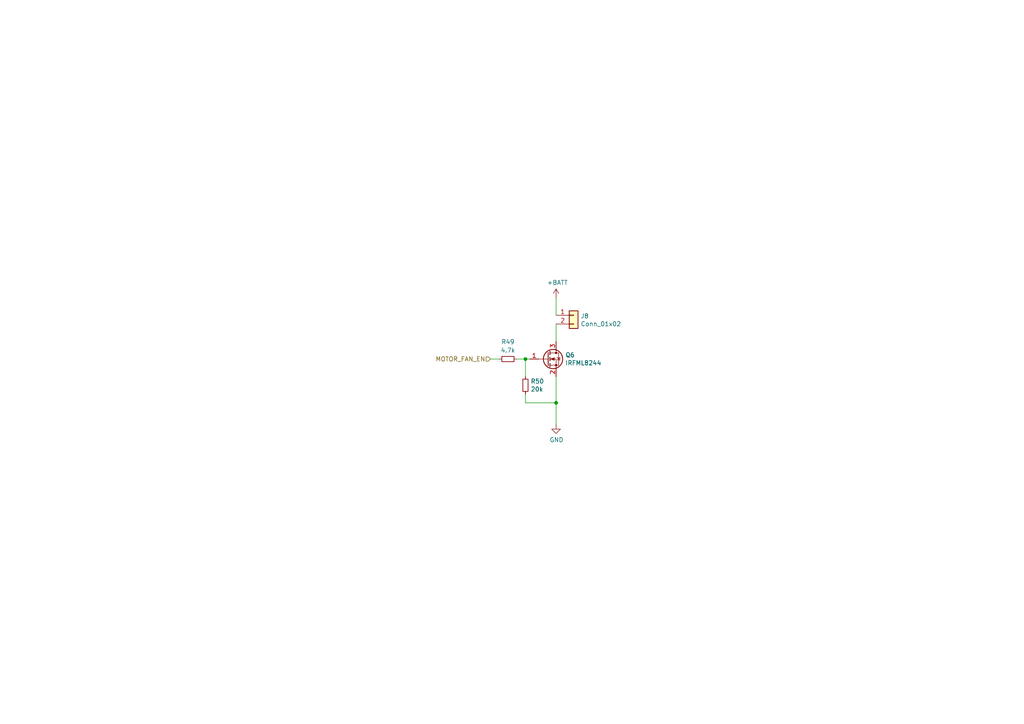
<source format=kicad_sch>
(kicad_sch (version 20231120) (generator "eeschema") (generator_version "8.0")
  (paper "A4")
  (lib_symbols
    (symbol "Connector_Generic:Conn_01x02" (pin_names (offset 1.016) hide)
      (property "Reference" "J" (at 0 2.54 0))
      (property "Value" "Conn_01x02" (at 0 -5.08 0))
      (symbol "Conn_01x02_1_1"
        (rectangle (start -1.27 -2.413) (end 0 -2.667) (stroke (width 0.1524)))
        (rectangle (start -1.27 0.127) (end 0 -0.127) (stroke (width 0.1524)))
        (rectangle (start -1.27 1.27) (end 1.27 -3.81) (stroke (width 0.254)) (fill (type background)))
        (pin passive line (at -5.08 0 0) (length 3.81) (name "Pin_1") (number "1"))
        (pin passive line (at -5.08 -2.54 0) (length 3.81) (name "Pin_2") (number "2"))
      )
    )
    (symbol "Device:R_Small" (pin_numbers hide) (pin_names (offset 0.254) hide)
      (property "Reference" "R" (at 0.762 0.508 0))
      (property "Value" "R_Small" (at 0.762 -1.016 0))
      (symbol "R_Small_0_1"
        (rectangle (start -0.762 1.778) (end 0.762 -1.778) (stroke (width 0.2032)))
      )
      (symbol "R_Small_1_1"
        (pin passive line (at 0 2.54 270) (length 0.762) (name "~") (number "1"))
        (pin passive line (at 0 -2.54 90) (length 0.762) (name "~") (number "2"))
      )
    )
    (symbol "My_Device:IRFML8244" (pin_names (offset 1.016))
      (property "Reference" "Q" (at 0 2.54 0))
      (property "Value" "My_Device_IRFML8244" (at 0 5.08 0))
      (symbol "IRFML8244_1_1"
        (polyline (pts (xy -1.016 -6.35) (xy -3.81 -6.35)))
        (polyline (pts (xy -1.016 -4.445) (xy -1.016 -8.255)) (stroke (width 0.254)))
        (polyline (pts (xy -0.508 -7.62) (xy -0.508 -8.636)) (stroke (width 0.254)))
        (polyline (pts (xy -0.508 -5.842) (xy -0.508 -6.858)) (stroke (width 0.254)))
        (polyline (pts (xy -0.508 -4.064) (xy -0.508 -5.08)) (stroke (width 0.254)))
        (polyline (pts (xy 1.27 -3.81) (xy 1.27 -4.572)))
        (polyline (pts (xy 1.27 -8.89) (xy 1.27 -6.35) (xy -0.508 -6.35)))
        (polyline (pts (xy -0.508 -8.128) (xy 2.032 -8.128) (xy 2.032 -4.572) (xy -0.508 -4.572)))
        (polyline (pts (xy -0.254 -6.35) (xy 0.762 -5.969) (xy 0.762 -6.731) (xy -0.254 -6.35)) (fill (type outline)))
        (polyline (pts (xy 1.524 -5.842) (xy 1.651 -5.969) (xy 2.413 -5.969) (xy 2.54 -6.096)))
        (polyline (pts (xy 2.032 -5.969) (xy 1.651 -6.604) (xy 2.413 -6.604) (xy 2.032 -5.969)))
        (circle (center 0.381 -6.35) (radius 2.794) (stroke (width 0.254)))
        (circle (center 1.27 -8.128) (radius 0.254) (fill (type outline)))
        (circle (center 1.27 -4.572) (radius 0.254) (fill (type outline)))
        (pin input line (at -6.35 -6.35 0) (length 2.54) (name "~") (number "1"))
        (pin passive line (at 1.27 -11.43 90) (length 2.54) (name "~") (number "2"))
        (pin passive line (at 1.27 -1.27 270) (length 2.54) (name "~") (number "3"))
      )
    )
    (symbol "power:+BATT" (power) (pin_names (offset 0))
      (property "Value" "+BATT" (at 0 3.556 0))
      (symbol "+BATT_0_1"
        (polyline (pts (xy -0.762 1.27) (xy 0 2.54)))
        (polyline (pts (xy 0 0) (xy 0 2.54)))
        (polyline (pts (xy 0 2.54) (xy 0.762 1.27)))
      )
      (symbol "+BATT_1_1"
        (pin power_in line (at 0 0 90) (length 0) hide (name "+BATT") (number "1"))
      )
    )
    (symbol "power:GND" (power) (pin_names (offset 0))
      (property "Value" "GND" (at 0 -3.81 0))
      (symbol "GND_0_1"
        (polyline (pts (xy 0 0) (xy 0 -1.27) (xy 1.27 -1.27) (xy 0 -2.54) (xy -1.27 -1.27) (xy 0 -1.27)))
      )
      (symbol "GND_1_1"
        (pin power_in line (at 0 0 270) (length 0) hide (name "GND") (number "1"))
      )
    )
  )
  (junction (at 152.4 104.14))
  (junction (at 161.29 116.84))
  (wire (pts (xy 152.4 116.84) (xy 152.4 114.3)))
  (wire (pts (xy 153.67 104.14) (xy 152.4 104.14)))
  (wire (pts (xy 161.29 86.36) (xy 161.29 91.44)))
  (wire (pts (xy 149.86 104.14) (xy 152.4 104.14)))
  (wire (pts (xy 161.29 99.06) (xy 161.29 93.98)))
  (wire (pts (xy 161.29 116.84) (xy 161.29 123.19)))
  (wire (pts (xy 152.4 116.84) (xy 161.29 116.84)))
  (wire (pts (xy 142.24 104.14) (xy 144.78 104.14)))
  (wire (pts (xy 152.4 104.14) (xy 152.4 109.22)))
  (wire (pts (xy 161.29 109.22) (xy 161.29 116.84)))
  (hierarchical_label "MOTOR_FAN_EN" (shape input) (at 142.24 104.14 180))
  (symbol (lib_id "power:+BATT") (at 161.29 86.36 0) (unit 1)
    (property "Reference" "#PWR0153" (effects (hide yes)))
    (property "Value" "+BATT" (at 161.671 81.9658 0))
  )
  (symbol (lib_id "Device:R_Small") (at 147.32 104.14 90) (unit 1)
    (property "Reference" "R49" (at 147.32 99.1616 90))
    (property "Value" "4.7k" (at 147.32 101.6 90))
    (property "Footprint" "Resistor_SMD:R_0603_1608Metric_Pad0.98x0.95mm_HandSolder" (effects (hide yes)))
  )
  (symbol (lib_id "power:GND") (at 161.29 123.19 0) (unit 1)
    (property "Reference" "#PWR0156" (effects (hide yes)))
    (property "Value" "GND" (at 161.417 127.5842 0))
  )
  (symbol (lib_id "Device:R_Small") (at 152.4 111.76 0) (unit 1)
    (property "Reference" "R50" (at 153.8986 110.5916 0) (effects (justify left)))
    (property "Value" "20k" (at 153.8986 112.903 0) (effects (justify left)))
    (property "Footprint" "Resistor_SMD:R_0603_1608Metric_Pad0.98x0.95mm_HandSolder" (effects (hide yes)))
  )
  (symbol (lib_id "My_Device:IRFML8244") (at 160.02 97.79 0) (unit 1)
    (property "Reference" "Q6" (at 163.957 102.9716 0) (effects (justify left)))
    (property "Value" "IRFML8244" (at 163.957 105.283 0) (effects (justify left)))
    (property "Footprint" "Package_TO_SOT_SMD:SOT-23" (effects (hide yes)))
    (property "Datasheet" "https://akizukidenshi.com/download/ds/ir/IRFML8244TRPbF.pdf" (effects (hide yes)))
  )
  (symbol (lib_id "Connector_Generic:Conn_01x02") (at 166.37 91.44 0) (unit 1)
    (property "Reference" "J8" (at 168.402 91.6432 0) (effects (justify left)))
    (property "Value" "Conn_01x02" (at 168.402 93.9546 0) (effects (justify left)))
    (property "Footprint" "Connector_PinSocket_1.27mm:PinSocket_1x02_P1.27mm_Vertical" (effects (hide yes)))
  )
)
</source>
